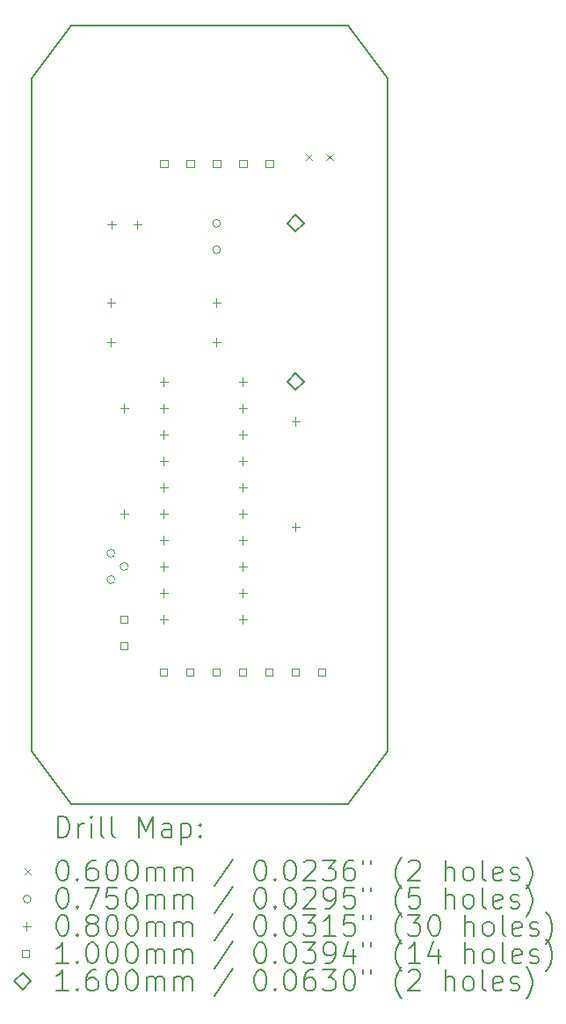
<source format=gbr>
%TF.GenerationSoftware,KiCad,Pcbnew,(6.0.9)*%
%TF.CreationDate,2024-07-08T19:13:21-04:00*%
%TF.ProjectId,PantryLED,50616e74-7279-44c4-9544-2e6b69636164,rev?*%
%TF.SameCoordinates,Original*%
%TF.FileFunction,Drillmap*%
%TF.FilePolarity,Positive*%
%FSLAX45Y45*%
G04 Gerber Fmt 4.5, Leading zero omitted, Abs format (unit mm)*
G04 Created by KiCad (PCBNEW (6.0.9)) date 2024-07-08 19:13:21*
%MOMM*%
%LPD*%
G01*
G04 APERTURE LIST*
%ADD10C,0.200000*%
%ADD11C,0.060000*%
%ADD12C,0.075000*%
%ADD13C,0.080000*%
%ADD14C,0.100000*%
%ADD15C,0.160000*%
G04 APERTURE END LIST*
D10*
X15875000Y-4953000D02*
X15875000Y-11430000D01*
X15494000Y-11938000D01*
X12827000Y-11938000D01*
X12446000Y-11430000D01*
X12446000Y-4953000D01*
X12827000Y-4445000D01*
X15494000Y-4445000D01*
X15875000Y-4953000D01*
D11*
X15083000Y-5685000D02*
X15143000Y-5745000D01*
X15143000Y-5685000D02*
X15083000Y-5745000D01*
X15283000Y-5685000D02*
X15343000Y-5745000D01*
X15343000Y-5685000D02*
X15283000Y-5745000D01*
D12*
X13244500Y-9524500D02*
G75*
G03*
X13244500Y-9524500I-37500J0D01*
G01*
X13244500Y-9778500D02*
G75*
G03*
X13244500Y-9778500I-37500J0D01*
G01*
X13371500Y-9651500D02*
G75*
G03*
X13371500Y-9651500I-37500J0D01*
G01*
X14261500Y-6350000D02*
G75*
G03*
X14261500Y-6350000I-37500J0D01*
G01*
X14261500Y-6604000D02*
G75*
G03*
X14261500Y-6604000I-37500J0D01*
G01*
D13*
X13208000Y-7072000D02*
X13208000Y-7152000D01*
X13168000Y-7112000D02*
X13248000Y-7112000D01*
X13208000Y-7453000D02*
X13208000Y-7533000D01*
X13168000Y-7493000D02*
X13248000Y-7493000D01*
X13212000Y-6322000D02*
X13212000Y-6402000D01*
X13172000Y-6362000D02*
X13252000Y-6362000D01*
X13334000Y-8087500D02*
X13334000Y-8167500D01*
X13294000Y-8127500D02*
X13374000Y-8127500D01*
X13334000Y-9103500D02*
X13334000Y-9183500D01*
X13294000Y-9143500D02*
X13374000Y-9143500D01*
X13462000Y-6322000D02*
X13462000Y-6402000D01*
X13422000Y-6362000D02*
X13502000Y-6362000D01*
X13716000Y-7834000D02*
X13716000Y-7914000D01*
X13676000Y-7874000D02*
X13756000Y-7874000D01*
X13716000Y-8088000D02*
X13716000Y-8168000D01*
X13676000Y-8128000D02*
X13756000Y-8128000D01*
X13716000Y-8342000D02*
X13716000Y-8422000D01*
X13676000Y-8382000D02*
X13756000Y-8382000D01*
X13716000Y-8596000D02*
X13716000Y-8676000D01*
X13676000Y-8636000D02*
X13756000Y-8636000D01*
X13716000Y-8850000D02*
X13716000Y-8930000D01*
X13676000Y-8890000D02*
X13756000Y-8890000D01*
X13716000Y-9104000D02*
X13716000Y-9184000D01*
X13676000Y-9144000D02*
X13756000Y-9144000D01*
X13716000Y-9358000D02*
X13716000Y-9438000D01*
X13676000Y-9398000D02*
X13756000Y-9398000D01*
X13716000Y-9612000D02*
X13716000Y-9692000D01*
X13676000Y-9652000D02*
X13756000Y-9652000D01*
X13716000Y-9866000D02*
X13716000Y-9946000D01*
X13676000Y-9906000D02*
X13756000Y-9906000D01*
X13716000Y-10120000D02*
X13716000Y-10200000D01*
X13676000Y-10160000D02*
X13756000Y-10160000D01*
X14224000Y-7072000D02*
X14224000Y-7152000D01*
X14184000Y-7112000D02*
X14264000Y-7112000D01*
X14224000Y-7453000D02*
X14224000Y-7533000D01*
X14184000Y-7493000D02*
X14264000Y-7493000D01*
X14478000Y-7834000D02*
X14478000Y-7914000D01*
X14438000Y-7874000D02*
X14518000Y-7874000D01*
X14478000Y-8088000D02*
X14478000Y-8168000D01*
X14438000Y-8128000D02*
X14518000Y-8128000D01*
X14478000Y-8342000D02*
X14478000Y-8422000D01*
X14438000Y-8382000D02*
X14518000Y-8382000D01*
X14478000Y-8596000D02*
X14478000Y-8676000D01*
X14438000Y-8636000D02*
X14518000Y-8636000D01*
X14478000Y-8850000D02*
X14478000Y-8930000D01*
X14438000Y-8890000D02*
X14518000Y-8890000D01*
X14478000Y-9104000D02*
X14478000Y-9184000D01*
X14438000Y-9144000D02*
X14518000Y-9144000D01*
X14478000Y-9358000D02*
X14478000Y-9438000D01*
X14438000Y-9398000D02*
X14518000Y-9398000D01*
X14478000Y-9612000D02*
X14478000Y-9692000D01*
X14438000Y-9652000D02*
X14518000Y-9652000D01*
X14478000Y-9866000D02*
X14478000Y-9946000D01*
X14438000Y-9906000D02*
X14518000Y-9906000D01*
X14478000Y-10120000D02*
X14478000Y-10200000D01*
X14438000Y-10160000D02*
X14518000Y-10160000D01*
X14985000Y-8214500D02*
X14985000Y-8294500D01*
X14945000Y-8254500D02*
X15025000Y-8254500D01*
X14985000Y-9230500D02*
X14985000Y-9310500D01*
X14945000Y-9270500D02*
X15025000Y-9270500D01*
D14*
X13369356Y-10194856D02*
X13369356Y-10124144D01*
X13298644Y-10124144D01*
X13298644Y-10194856D01*
X13369356Y-10194856D01*
X13369356Y-10448856D02*
X13369356Y-10378144D01*
X13298644Y-10378144D01*
X13298644Y-10448856D01*
X13369356Y-10448856D01*
X13749356Y-10705856D02*
X13749356Y-10635144D01*
X13678644Y-10635144D01*
X13678644Y-10705856D01*
X13749356Y-10705856D01*
X13753356Y-5809356D02*
X13753356Y-5738644D01*
X13682644Y-5738644D01*
X13682644Y-5809356D01*
X13753356Y-5809356D01*
X14003356Y-10705856D02*
X14003356Y-10635144D01*
X13932644Y-10635144D01*
X13932644Y-10705856D01*
X14003356Y-10705856D01*
X14007356Y-5809356D02*
X14007356Y-5738644D01*
X13936644Y-5738644D01*
X13936644Y-5809356D01*
X14007356Y-5809356D01*
X14257356Y-10705856D02*
X14257356Y-10635144D01*
X14186644Y-10635144D01*
X14186644Y-10705856D01*
X14257356Y-10705856D01*
X14261356Y-5809356D02*
X14261356Y-5738644D01*
X14190644Y-5738644D01*
X14190644Y-5809356D01*
X14261356Y-5809356D01*
X14511356Y-10705856D02*
X14511356Y-10635144D01*
X14440644Y-10635144D01*
X14440644Y-10705856D01*
X14511356Y-10705856D01*
X14515356Y-5809356D02*
X14515356Y-5738644D01*
X14444644Y-5738644D01*
X14444644Y-5809356D01*
X14515356Y-5809356D01*
X14765356Y-10705856D02*
X14765356Y-10635144D01*
X14694644Y-10635144D01*
X14694644Y-10705856D01*
X14765356Y-10705856D01*
X14769356Y-5809356D02*
X14769356Y-5738644D01*
X14698644Y-5738644D01*
X14698644Y-5809356D01*
X14769356Y-5809356D01*
X15019356Y-10705856D02*
X15019356Y-10635144D01*
X14948644Y-10635144D01*
X14948644Y-10705856D01*
X15019356Y-10705856D01*
X15273356Y-10705856D02*
X15273356Y-10635144D01*
X15202644Y-10635144D01*
X15202644Y-10705856D01*
X15273356Y-10705856D01*
D15*
X14986000Y-6430000D02*
X15066000Y-6350000D01*
X14986000Y-6270000D01*
X14906000Y-6350000D01*
X14986000Y-6430000D01*
X14986000Y-7954000D02*
X15066000Y-7874000D01*
X14986000Y-7794000D01*
X14906000Y-7874000D01*
X14986000Y-7954000D01*
D10*
X12693619Y-12258476D02*
X12693619Y-12058476D01*
X12741238Y-12058476D01*
X12769809Y-12068000D01*
X12788857Y-12087048D01*
X12798381Y-12106095D01*
X12807905Y-12144190D01*
X12807905Y-12172762D01*
X12798381Y-12210857D01*
X12788857Y-12229905D01*
X12769809Y-12248952D01*
X12741238Y-12258476D01*
X12693619Y-12258476D01*
X12893619Y-12258476D02*
X12893619Y-12125143D01*
X12893619Y-12163238D02*
X12903143Y-12144190D01*
X12912667Y-12134667D01*
X12931714Y-12125143D01*
X12950762Y-12125143D01*
X13017428Y-12258476D02*
X13017428Y-12125143D01*
X13017428Y-12058476D02*
X13007905Y-12068000D01*
X13017428Y-12077524D01*
X13026952Y-12068000D01*
X13017428Y-12058476D01*
X13017428Y-12077524D01*
X13141238Y-12258476D02*
X13122190Y-12248952D01*
X13112667Y-12229905D01*
X13112667Y-12058476D01*
X13246000Y-12258476D02*
X13226952Y-12248952D01*
X13217428Y-12229905D01*
X13217428Y-12058476D01*
X13474571Y-12258476D02*
X13474571Y-12058476D01*
X13541238Y-12201333D01*
X13607905Y-12058476D01*
X13607905Y-12258476D01*
X13788857Y-12258476D02*
X13788857Y-12153714D01*
X13779333Y-12134667D01*
X13760286Y-12125143D01*
X13722190Y-12125143D01*
X13703143Y-12134667D01*
X13788857Y-12248952D02*
X13769809Y-12258476D01*
X13722190Y-12258476D01*
X13703143Y-12248952D01*
X13693619Y-12229905D01*
X13693619Y-12210857D01*
X13703143Y-12191809D01*
X13722190Y-12182286D01*
X13769809Y-12182286D01*
X13788857Y-12172762D01*
X13884095Y-12125143D02*
X13884095Y-12325143D01*
X13884095Y-12134667D02*
X13903143Y-12125143D01*
X13941238Y-12125143D01*
X13960286Y-12134667D01*
X13969809Y-12144190D01*
X13979333Y-12163238D01*
X13979333Y-12220381D01*
X13969809Y-12239428D01*
X13960286Y-12248952D01*
X13941238Y-12258476D01*
X13903143Y-12258476D01*
X13884095Y-12248952D01*
X14065048Y-12239428D02*
X14074571Y-12248952D01*
X14065048Y-12258476D01*
X14055524Y-12248952D01*
X14065048Y-12239428D01*
X14065048Y-12258476D01*
X14065048Y-12134667D02*
X14074571Y-12144190D01*
X14065048Y-12153714D01*
X14055524Y-12144190D01*
X14065048Y-12134667D01*
X14065048Y-12153714D01*
D11*
X12376000Y-12558000D02*
X12436000Y-12618000D01*
X12436000Y-12558000D02*
X12376000Y-12618000D01*
D10*
X12731714Y-12478476D02*
X12750762Y-12478476D01*
X12769809Y-12488000D01*
X12779333Y-12497524D01*
X12788857Y-12516571D01*
X12798381Y-12554667D01*
X12798381Y-12602286D01*
X12788857Y-12640381D01*
X12779333Y-12659428D01*
X12769809Y-12668952D01*
X12750762Y-12678476D01*
X12731714Y-12678476D01*
X12712667Y-12668952D01*
X12703143Y-12659428D01*
X12693619Y-12640381D01*
X12684095Y-12602286D01*
X12684095Y-12554667D01*
X12693619Y-12516571D01*
X12703143Y-12497524D01*
X12712667Y-12488000D01*
X12731714Y-12478476D01*
X12884095Y-12659428D02*
X12893619Y-12668952D01*
X12884095Y-12678476D01*
X12874571Y-12668952D01*
X12884095Y-12659428D01*
X12884095Y-12678476D01*
X13065048Y-12478476D02*
X13026952Y-12478476D01*
X13007905Y-12488000D01*
X12998381Y-12497524D01*
X12979333Y-12526095D01*
X12969809Y-12564190D01*
X12969809Y-12640381D01*
X12979333Y-12659428D01*
X12988857Y-12668952D01*
X13007905Y-12678476D01*
X13046000Y-12678476D01*
X13065048Y-12668952D01*
X13074571Y-12659428D01*
X13084095Y-12640381D01*
X13084095Y-12592762D01*
X13074571Y-12573714D01*
X13065048Y-12564190D01*
X13046000Y-12554667D01*
X13007905Y-12554667D01*
X12988857Y-12564190D01*
X12979333Y-12573714D01*
X12969809Y-12592762D01*
X13207905Y-12478476D02*
X13226952Y-12478476D01*
X13246000Y-12488000D01*
X13255524Y-12497524D01*
X13265048Y-12516571D01*
X13274571Y-12554667D01*
X13274571Y-12602286D01*
X13265048Y-12640381D01*
X13255524Y-12659428D01*
X13246000Y-12668952D01*
X13226952Y-12678476D01*
X13207905Y-12678476D01*
X13188857Y-12668952D01*
X13179333Y-12659428D01*
X13169809Y-12640381D01*
X13160286Y-12602286D01*
X13160286Y-12554667D01*
X13169809Y-12516571D01*
X13179333Y-12497524D01*
X13188857Y-12488000D01*
X13207905Y-12478476D01*
X13398381Y-12478476D02*
X13417428Y-12478476D01*
X13436476Y-12488000D01*
X13446000Y-12497524D01*
X13455524Y-12516571D01*
X13465048Y-12554667D01*
X13465048Y-12602286D01*
X13455524Y-12640381D01*
X13446000Y-12659428D01*
X13436476Y-12668952D01*
X13417428Y-12678476D01*
X13398381Y-12678476D01*
X13379333Y-12668952D01*
X13369809Y-12659428D01*
X13360286Y-12640381D01*
X13350762Y-12602286D01*
X13350762Y-12554667D01*
X13360286Y-12516571D01*
X13369809Y-12497524D01*
X13379333Y-12488000D01*
X13398381Y-12478476D01*
X13550762Y-12678476D02*
X13550762Y-12545143D01*
X13550762Y-12564190D02*
X13560286Y-12554667D01*
X13579333Y-12545143D01*
X13607905Y-12545143D01*
X13626952Y-12554667D01*
X13636476Y-12573714D01*
X13636476Y-12678476D01*
X13636476Y-12573714D02*
X13646000Y-12554667D01*
X13665048Y-12545143D01*
X13693619Y-12545143D01*
X13712667Y-12554667D01*
X13722190Y-12573714D01*
X13722190Y-12678476D01*
X13817428Y-12678476D02*
X13817428Y-12545143D01*
X13817428Y-12564190D02*
X13826952Y-12554667D01*
X13846000Y-12545143D01*
X13874571Y-12545143D01*
X13893619Y-12554667D01*
X13903143Y-12573714D01*
X13903143Y-12678476D01*
X13903143Y-12573714D02*
X13912667Y-12554667D01*
X13931714Y-12545143D01*
X13960286Y-12545143D01*
X13979333Y-12554667D01*
X13988857Y-12573714D01*
X13988857Y-12678476D01*
X14379333Y-12468952D02*
X14207905Y-12726095D01*
X14636476Y-12478476D02*
X14655524Y-12478476D01*
X14674571Y-12488000D01*
X14684095Y-12497524D01*
X14693619Y-12516571D01*
X14703143Y-12554667D01*
X14703143Y-12602286D01*
X14693619Y-12640381D01*
X14684095Y-12659428D01*
X14674571Y-12668952D01*
X14655524Y-12678476D01*
X14636476Y-12678476D01*
X14617428Y-12668952D01*
X14607905Y-12659428D01*
X14598381Y-12640381D01*
X14588857Y-12602286D01*
X14588857Y-12554667D01*
X14598381Y-12516571D01*
X14607905Y-12497524D01*
X14617428Y-12488000D01*
X14636476Y-12478476D01*
X14788857Y-12659428D02*
X14798381Y-12668952D01*
X14788857Y-12678476D01*
X14779333Y-12668952D01*
X14788857Y-12659428D01*
X14788857Y-12678476D01*
X14922190Y-12478476D02*
X14941238Y-12478476D01*
X14960286Y-12488000D01*
X14969809Y-12497524D01*
X14979333Y-12516571D01*
X14988857Y-12554667D01*
X14988857Y-12602286D01*
X14979333Y-12640381D01*
X14969809Y-12659428D01*
X14960286Y-12668952D01*
X14941238Y-12678476D01*
X14922190Y-12678476D01*
X14903143Y-12668952D01*
X14893619Y-12659428D01*
X14884095Y-12640381D01*
X14874571Y-12602286D01*
X14874571Y-12554667D01*
X14884095Y-12516571D01*
X14893619Y-12497524D01*
X14903143Y-12488000D01*
X14922190Y-12478476D01*
X15065048Y-12497524D02*
X15074571Y-12488000D01*
X15093619Y-12478476D01*
X15141238Y-12478476D01*
X15160286Y-12488000D01*
X15169809Y-12497524D01*
X15179333Y-12516571D01*
X15179333Y-12535619D01*
X15169809Y-12564190D01*
X15055524Y-12678476D01*
X15179333Y-12678476D01*
X15246000Y-12478476D02*
X15369809Y-12478476D01*
X15303143Y-12554667D01*
X15331714Y-12554667D01*
X15350762Y-12564190D01*
X15360286Y-12573714D01*
X15369809Y-12592762D01*
X15369809Y-12640381D01*
X15360286Y-12659428D01*
X15350762Y-12668952D01*
X15331714Y-12678476D01*
X15274571Y-12678476D01*
X15255524Y-12668952D01*
X15246000Y-12659428D01*
X15541238Y-12478476D02*
X15503143Y-12478476D01*
X15484095Y-12488000D01*
X15474571Y-12497524D01*
X15455524Y-12526095D01*
X15446000Y-12564190D01*
X15446000Y-12640381D01*
X15455524Y-12659428D01*
X15465048Y-12668952D01*
X15484095Y-12678476D01*
X15522190Y-12678476D01*
X15541238Y-12668952D01*
X15550762Y-12659428D01*
X15560286Y-12640381D01*
X15560286Y-12592762D01*
X15550762Y-12573714D01*
X15541238Y-12564190D01*
X15522190Y-12554667D01*
X15484095Y-12554667D01*
X15465048Y-12564190D01*
X15455524Y-12573714D01*
X15446000Y-12592762D01*
X15636476Y-12478476D02*
X15636476Y-12516571D01*
X15712667Y-12478476D02*
X15712667Y-12516571D01*
X16007905Y-12754667D02*
X15998381Y-12745143D01*
X15979333Y-12716571D01*
X15969809Y-12697524D01*
X15960286Y-12668952D01*
X15950762Y-12621333D01*
X15950762Y-12583238D01*
X15960286Y-12535619D01*
X15969809Y-12507048D01*
X15979333Y-12488000D01*
X15998381Y-12459428D01*
X16007905Y-12449905D01*
X16074571Y-12497524D02*
X16084095Y-12488000D01*
X16103143Y-12478476D01*
X16150762Y-12478476D01*
X16169809Y-12488000D01*
X16179333Y-12497524D01*
X16188857Y-12516571D01*
X16188857Y-12535619D01*
X16179333Y-12564190D01*
X16065048Y-12678476D01*
X16188857Y-12678476D01*
X16426952Y-12678476D02*
X16426952Y-12478476D01*
X16512667Y-12678476D02*
X16512667Y-12573714D01*
X16503143Y-12554667D01*
X16484095Y-12545143D01*
X16455524Y-12545143D01*
X16436476Y-12554667D01*
X16426952Y-12564190D01*
X16636476Y-12678476D02*
X16617428Y-12668952D01*
X16607905Y-12659428D01*
X16598381Y-12640381D01*
X16598381Y-12583238D01*
X16607905Y-12564190D01*
X16617428Y-12554667D01*
X16636476Y-12545143D01*
X16665048Y-12545143D01*
X16684095Y-12554667D01*
X16693619Y-12564190D01*
X16703143Y-12583238D01*
X16703143Y-12640381D01*
X16693619Y-12659428D01*
X16684095Y-12668952D01*
X16665048Y-12678476D01*
X16636476Y-12678476D01*
X16817429Y-12678476D02*
X16798381Y-12668952D01*
X16788857Y-12649905D01*
X16788857Y-12478476D01*
X16969810Y-12668952D02*
X16950762Y-12678476D01*
X16912667Y-12678476D01*
X16893619Y-12668952D01*
X16884095Y-12649905D01*
X16884095Y-12573714D01*
X16893619Y-12554667D01*
X16912667Y-12545143D01*
X16950762Y-12545143D01*
X16969810Y-12554667D01*
X16979333Y-12573714D01*
X16979333Y-12592762D01*
X16884095Y-12611809D01*
X17055524Y-12668952D02*
X17074571Y-12678476D01*
X17112667Y-12678476D01*
X17131714Y-12668952D01*
X17141238Y-12649905D01*
X17141238Y-12640381D01*
X17131714Y-12621333D01*
X17112667Y-12611809D01*
X17084095Y-12611809D01*
X17065048Y-12602286D01*
X17055524Y-12583238D01*
X17055524Y-12573714D01*
X17065048Y-12554667D01*
X17084095Y-12545143D01*
X17112667Y-12545143D01*
X17131714Y-12554667D01*
X17207905Y-12754667D02*
X17217429Y-12745143D01*
X17236476Y-12716571D01*
X17246000Y-12697524D01*
X17255524Y-12668952D01*
X17265048Y-12621333D01*
X17265048Y-12583238D01*
X17255524Y-12535619D01*
X17246000Y-12507048D01*
X17236476Y-12488000D01*
X17217429Y-12459428D01*
X17207905Y-12449905D01*
D12*
X12436000Y-12852000D02*
G75*
G03*
X12436000Y-12852000I-37500J0D01*
G01*
D10*
X12731714Y-12742476D02*
X12750762Y-12742476D01*
X12769809Y-12752000D01*
X12779333Y-12761524D01*
X12788857Y-12780571D01*
X12798381Y-12818667D01*
X12798381Y-12866286D01*
X12788857Y-12904381D01*
X12779333Y-12923428D01*
X12769809Y-12932952D01*
X12750762Y-12942476D01*
X12731714Y-12942476D01*
X12712667Y-12932952D01*
X12703143Y-12923428D01*
X12693619Y-12904381D01*
X12684095Y-12866286D01*
X12684095Y-12818667D01*
X12693619Y-12780571D01*
X12703143Y-12761524D01*
X12712667Y-12752000D01*
X12731714Y-12742476D01*
X12884095Y-12923428D02*
X12893619Y-12932952D01*
X12884095Y-12942476D01*
X12874571Y-12932952D01*
X12884095Y-12923428D01*
X12884095Y-12942476D01*
X12960286Y-12742476D02*
X13093619Y-12742476D01*
X13007905Y-12942476D01*
X13265048Y-12742476D02*
X13169809Y-12742476D01*
X13160286Y-12837714D01*
X13169809Y-12828190D01*
X13188857Y-12818667D01*
X13236476Y-12818667D01*
X13255524Y-12828190D01*
X13265048Y-12837714D01*
X13274571Y-12856762D01*
X13274571Y-12904381D01*
X13265048Y-12923428D01*
X13255524Y-12932952D01*
X13236476Y-12942476D01*
X13188857Y-12942476D01*
X13169809Y-12932952D01*
X13160286Y-12923428D01*
X13398381Y-12742476D02*
X13417428Y-12742476D01*
X13436476Y-12752000D01*
X13446000Y-12761524D01*
X13455524Y-12780571D01*
X13465048Y-12818667D01*
X13465048Y-12866286D01*
X13455524Y-12904381D01*
X13446000Y-12923428D01*
X13436476Y-12932952D01*
X13417428Y-12942476D01*
X13398381Y-12942476D01*
X13379333Y-12932952D01*
X13369809Y-12923428D01*
X13360286Y-12904381D01*
X13350762Y-12866286D01*
X13350762Y-12818667D01*
X13360286Y-12780571D01*
X13369809Y-12761524D01*
X13379333Y-12752000D01*
X13398381Y-12742476D01*
X13550762Y-12942476D02*
X13550762Y-12809143D01*
X13550762Y-12828190D02*
X13560286Y-12818667D01*
X13579333Y-12809143D01*
X13607905Y-12809143D01*
X13626952Y-12818667D01*
X13636476Y-12837714D01*
X13636476Y-12942476D01*
X13636476Y-12837714D02*
X13646000Y-12818667D01*
X13665048Y-12809143D01*
X13693619Y-12809143D01*
X13712667Y-12818667D01*
X13722190Y-12837714D01*
X13722190Y-12942476D01*
X13817428Y-12942476D02*
X13817428Y-12809143D01*
X13817428Y-12828190D02*
X13826952Y-12818667D01*
X13846000Y-12809143D01*
X13874571Y-12809143D01*
X13893619Y-12818667D01*
X13903143Y-12837714D01*
X13903143Y-12942476D01*
X13903143Y-12837714D02*
X13912667Y-12818667D01*
X13931714Y-12809143D01*
X13960286Y-12809143D01*
X13979333Y-12818667D01*
X13988857Y-12837714D01*
X13988857Y-12942476D01*
X14379333Y-12732952D02*
X14207905Y-12990095D01*
X14636476Y-12742476D02*
X14655524Y-12742476D01*
X14674571Y-12752000D01*
X14684095Y-12761524D01*
X14693619Y-12780571D01*
X14703143Y-12818667D01*
X14703143Y-12866286D01*
X14693619Y-12904381D01*
X14684095Y-12923428D01*
X14674571Y-12932952D01*
X14655524Y-12942476D01*
X14636476Y-12942476D01*
X14617428Y-12932952D01*
X14607905Y-12923428D01*
X14598381Y-12904381D01*
X14588857Y-12866286D01*
X14588857Y-12818667D01*
X14598381Y-12780571D01*
X14607905Y-12761524D01*
X14617428Y-12752000D01*
X14636476Y-12742476D01*
X14788857Y-12923428D02*
X14798381Y-12932952D01*
X14788857Y-12942476D01*
X14779333Y-12932952D01*
X14788857Y-12923428D01*
X14788857Y-12942476D01*
X14922190Y-12742476D02*
X14941238Y-12742476D01*
X14960286Y-12752000D01*
X14969809Y-12761524D01*
X14979333Y-12780571D01*
X14988857Y-12818667D01*
X14988857Y-12866286D01*
X14979333Y-12904381D01*
X14969809Y-12923428D01*
X14960286Y-12932952D01*
X14941238Y-12942476D01*
X14922190Y-12942476D01*
X14903143Y-12932952D01*
X14893619Y-12923428D01*
X14884095Y-12904381D01*
X14874571Y-12866286D01*
X14874571Y-12818667D01*
X14884095Y-12780571D01*
X14893619Y-12761524D01*
X14903143Y-12752000D01*
X14922190Y-12742476D01*
X15065048Y-12761524D02*
X15074571Y-12752000D01*
X15093619Y-12742476D01*
X15141238Y-12742476D01*
X15160286Y-12752000D01*
X15169809Y-12761524D01*
X15179333Y-12780571D01*
X15179333Y-12799619D01*
X15169809Y-12828190D01*
X15055524Y-12942476D01*
X15179333Y-12942476D01*
X15274571Y-12942476D02*
X15312667Y-12942476D01*
X15331714Y-12932952D01*
X15341238Y-12923428D01*
X15360286Y-12894857D01*
X15369809Y-12856762D01*
X15369809Y-12780571D01*
X15360286Y-12761524D01*
X15350762Y-12752000D01*
X15331714Y-12742476D01*
X15293619Y-12742476D01*
X15274571Y-12752000D01*
X15265048Y-12761524D01*
X15255524Y-12780571D01*
X15255524Y-12828190D01*
X15265048Y-12847238D01*
X15274571Y-12856762D01*
X15293619Y-12866286D01*
X15331714Y-12866286D01*
X15350762Y-12856762D01*
X15360286Y-12847238D01*
X15369809Y-12828190D01*
X15550762Y-12742476D02*
X15455524Y-12742476D01*
X15446000Y-12837714D01*
X15455524Y-12828190D01*
X15474571Y-12818667D01*
X15522190Y-12818667D01*
X15541238Y-12828190D01*
X15550762Y-12837714D01*
X15560286Y-12856762D01*
X15560286Y-12904381D01*
X15550762Y-12923428D01*
X15541238Y-12932952D01*
X15522190Y-12942476D01*
X15474571Y-12942476D01*
X15455524Y-12932952D01*
X15446000Y-12923428D01*
X15636476Y-12742476D02*
X15636476Y-12780571D01*
X15712667Y-12742476D02*
X15712667Y-12780571D01*
X16007905Y-13018667D02*
X15998381Y-13009143D01*
X15979333Y-12980571D01*
X15969809Y-12961524D01*
X15960286Y-12932952D01*
X15950762Y-12885333D01*
X15950762Y-12847238D01*
X15960286Y-12799619D01*
X15969809Y-12771048D01*
X15979333Y-12752000D01*
X15998381Y-12723428D01*
X16007905Y-12713905D01*
X16179333Y-12742476D02*
X16084095Y-12742476D01*
X16074571Y-12837714D01*
X16084095Y-12828190D01*
X16103143Y-12818667D01*
X16150762Y-12818667D01*
X16169809Y-12828190D01*
X16179333Y-12837714D01*
X16188857Y-12856762D01*
X16188857Y-12904381D01*
X16179333Y-12923428D01*
X16169809Y-12932952D01*
X16150762Y-12942476D01*
X16103143Y-12942476D01*
X16084095Y-12932952D01*
X16074571Y-12923428D01*
X16426952Y-12942476D02*
X16426952Y-12742476D01*
X16512667Y-12942476D02*
X16512667Y-12837714D01*
X16503143Y-12818667D01*
X16484095Y-12809143D01*
X16455524Y-12809143D01*
X16436476Y-12818667D01*
X16426952Y-12828190D01*
X16636476Y-12942476D02*
X16617428Y-12932952D01*
X16607905Y-12923428D01*
X16598381Y-12904381D01*
X16598381Y-12847238D01*
X16607905Y-12828190D01*
X16617428Y-12818667D01*
X16636476Y-12809143D01*
X16665048Y-12809143D01*
X16684095Y-12818667D01*
X16693619Y-12828190D01*
X16703143Y-12847238D01*
X16703143Y-12904381D01*
X16693619Y-12923428D01*
X16684095Y-12932952D01*
X16665048Y-12942476D01*
X16636476Y-12942476D01*
X16817429Y-12942476D02*
X16798381Y-12932952D01*
X16788857Y-12913905D01*
X16788857Y-12742476D01*
X16969810Y-12932952D02*
X16950762Y-12942476D01*
X16912667Y-12942476D01*
X16893619Y-12932952D01*
X16884095Y-12913905D01*
X16884095Y-12837714D01*
X16893619Y-12818667D01*
X16912667Y-12809143D01*
X16950762Y-12809143D01*
X16969810Y-12818667D01*
X16979333Y-12837714D01*
X16979333Y-12856762D01*
X16884095Y-12875809D01*
X17055524Y-12932952D02*
X17074571Y-12942476D01*
X17112667Y-12942476D01*
X17131714Y-12932952D01*
X17141238Y-12913905D01*
X17141238Y-12904381D01*
X17131714Y-12885333D01*
X17112667Y-12875809D01*
X17084095Y-12875809D01*
X17065048Y-12866286D01*
X17055524Y-12847238D01*
X17055524Y-12837714D01*
X17065048Y-12818667D01*
X17084095Y-12809143D01*
X17112667Y-12809143D01*
X17131714Y-12818667D01*
X17207905Y-13018667D02*
X17217429Y-13009143D01*
X17236476Y-12980571D01*
X17246000Y-12961524D01*
X17255524Y-12932952D01*
X17265048Y-12885333D01*
X17265048Y-12847238D01*
X17255524Y-12799619D01*
X17246000Y-12771048D01*
X17236476Y-12752000D01*
X17217429Y-12723428D01*
X17207905Y-12713905D01*
D13*
X12396000Y-13076000D02*
X12396000Y-13156000D01*
X12356000Y-13116000D02*
X12436000Y-13116000D01*
D10*
X12731714Y-13006476D02*
X12750762Y-13006476D01*
X12769809Y-13016000D01*
X12779333Y-13025524D01*
X12788857Y-13044571D01*
X12798381Y-13082667D01*
X12798381Y-13130286D01*
X12788857Y-13168381D01*
X12779333Y-13187428D01*
X12769809Y-13196952D01*
X12750762Y-13206476D01*
X12731714Y-13206476D01*
X12712667Y-13196952D01*
X12703143Y-13187428D01*
X12693619Y-13168381D01*
X12684095Y-13130286D01*
X12684095Y-13082667D01*
X12693619Y-13044571D01*
X12703143Y-13025524D01*
X12712667Y-13016000D01*
X12731714Y-13006476D01*
X12884095Y-13187428D02*
X12893619Y-13196952D01*
X12884095Y-13206476D01*
X12874571Y-13196952D01*
X12884095Y-13187428D01*
X12884095Y-13206476D01*
X13007905Y-13092190D02*
X12988857Y-13082667D01*
X12979333Y-13073143D01*
X12969809Y-13054095D01*
X12969809Y-13044571D01*
X12979333Y-13025524D01*
X12988857Y-13016000D01*
X13007905Y-13006476D01*
X13046000Y-13006476D01*
X13065048Y-13016000D01*
X13074571Y-13025524D01*
X13084095Y-13044571D01*
X13084095Y-13054095D01*
X13074571Y-13073143D01*
X13065048Y-13082667D01*
X13046000Y-13092190D01*
X13007905Y-13092190D01*
X12988857Y-13101714D01*
X12979333Y-13111238D01*
X12969809Y-13130286D01*
X12969809Y-13168381D01*
X12979333Y-13187428D01*
X12988857Y-13196952D01*
X13007905Y-13206476D01*
X13046000Y-13206476D01*
X13065048Y-13196952D01*
X13074571Y-13187428D01*
X13084095Y-13168381D01*
X13084095Y-13130286D01*
X13074571Y-13111238D01*
X13065048Y-13101714D01*
X13046000Y-13092190D01*
X13207905Y-13006476D02*
X13226952Y-13006476D01*
X13246000Y-13016000D01*
X13255524Y-13025524D01*
X13265048Y-13044571D01*
X13274571Y-13082667D01*
X13274571Y-13130286D01*
X13265048Y-13168381D01*
X13255524Y-13187428D01*
X13246000Y-13196952D01*
X13226952Y-13206476D01*
X13207905Y-13206476D01*
X13188857Y-13196952D01*
X13179333Y-13187428D01*
X13169809Y-13168381D01*
X13160286Y-13130286D01*
X13160286Y-13082667D01*
X13169809Y-13044571D01*
X13179333Y-13025524D01*
X13188857Y-13016000D01*
X13207905Y-13006476D01*
X13398381Y-13006476D02*
X13417428Y-13006476D01*
X13436476Y-13016000D01*
X13446000Y-13025524D01*
X13455524Y-13044571D01*
X13465048Y-13082667D01*
X13465048Y-13130286D01*
X13455524Y-13168381D01*
X13446000Y-13187428D01*
X13436476Y-13196952D01*
X13417428Y-13206476D01*
X13398381Y-13206476D01*
X13379333Y-13196952D01*
X13369809Y-13187428D01*
X13360286Y-13168381D01*
X13350762Y-13130286D01*
X13350762Y-13082667D01*
X13360286Y-13044571D01*
X13369809Y-13025524D01*
X13379333Y-13016000D01*
X13398381Y-13006476D01*
X13550762Y-13206476D02*
X13550762Y-13073143D01*
X13550762Y-13092190D02*
X13560286Y-13082667D01*
X13579333Y-13073143D01*
X13607905Y-13073143D01*
X13626952Y-13082667D01*
X13636476Y-13101714D01*
X13636476Y-13206476D01*
X13636476Y-13101714D02*
X13646000Y-13082667D01*
X13665048Y-13073143D01*
X13693619Y-13073143D01*
X13712667Y-13082667D01*
X13722190Y-13101714D01*
X13722190Y-13206476D01*
X13817428Y-13206476D02*
X13817428Y-13073143D01*
X13817428Y-13092190D02*
X13826952Y-13082667D01*
X13846000Y-13073143D01*
X13874571Y-13073143D01*
X13893619Y-13082667D01*
X13903143Y-13101714D01*
X13903143Y-13206476D01*
X13903143Y-13101714D02*
X13912667Y-13082667D01*
X13931714Y-13073143D01*
X13960286Y-13073143D01*
X13979333Y-13082667D01*
X13988857Y-13101714D01*
X13988857Y-13206476D01*
X14379333Y-12996952D02*
X14207905Y-13254095D01*
X14636476Y-13006476D02*
X14655524Y-13006476D01*
X14674571Y-13016000D01*
X14684095Y-13025524D01*
X14693619Y-13044571D01*
X14703143Y-13082667D01*
X14703143Y-13130286D01*
X14693619Y-13168381D01*
X14684095Y-13187428D01*
X14674571Y-13196952D01*
X14655524Y-13206476D01*
X14636476Y-13206476D01*
X14617428Y-13196952D01*
X14607905Y-13187428D01*
X14598381Y-13168381D01*
X14588857Y-13130286D01*
X14588857Y-13082667D01*
X14598381Y-13044571D01*
X14607905Y-13025524D01*
X14617428Y-13016000D01*
X14636476Y-13006476D01*
X14788857Y-13187428D02*
X14798381Y-13196952D01*
X14788857Y-13206476D01*
X14779333Y-13196952D01*
X14788857Y-13187428D01*
X14788857Y-13206476D01*
X14922190Y-13006476D02*
X14941238Y-13006476D01*
X14960286Y-13016000D01*
X14969809Y-13025524D01*
X14979333Y-13044571D01*
X14988857Y-13082667D01*
X14988857Y-13130286D01*
X14979333Y-13168381D01*
X14969809Y-13187428D01*
X14960286Y-13196952D01*
X14941238Y-13206476D01*
X14922190Y-13206476D01*
X14903143Y-13196952D01*
X14893619Y-13187428D01*
X14884095Y-13168381D01*
X14874571Y-13130286D01*
X14874571Y-13082667D01*
X14884095Y-13044571D01*
X14893619Y-13025524D01*
X14903143Y-13016000D01*
X14922190Y-13006476D01*
X15055524Y-13006476D02*
X15179333Y-13006476D01*
X15112667Y-13082667D01*
X15141238Y-13082667D01*
X15160286Y-13092190D01*
X15169809Y-13101714D01*
X15179333Y-13120762D01*
X15179333Y-13168381D01*
X15169809Y-13187428D01*
X15160286Y-13196952D01*
X15141238Y-13206476D01*
X15084095Y-13206476D01*
X15065048Y-13196952D01*
X15055524Y-13187428D01*
X15369809Y-13206476D02*
X15255524Y-13206476D01*
X15312667Y-13206476D02*
X15312667Y-13006476D01*
X15293619Y-13035048D01*
X15274571Y-13054095D01*
X15255524Y-13063619D01*
X15550762Y-13006476D02*
X15455524Y-13006476D01*
X15446000Y-13101714D01*
X15455524Y-13092190D01*
X15474571Y-13082667D01*
X15522190Y-13082667D01*
X15541238Y-13092190D01*
X15550762Y-13101714D01*
X15560286Y-13120762D01*
X15560286Y-13168381D01*
X15550762Y-13187428D01*
X15541238Y-13196952D01*
X15522190Y-13206476D01*
X15474571Y-13206476D01*
X15455524Y-13196952D01*
X15446000Y-13187428D01*
X15636476Y-13006476D02*
X15636476Y-13044571D01*
X15712667Y-13006476D02*
X15712667Y-13044571D01*
X16007905Y-13282667D02*
X15998381Y-13273143D01*
X15979333Y-13244571D01*
X15969809Y-13225524D01*
X15960286Y-13196952D01*
X15950762Y-13149333D01*
X15950762Y-13111238D01*
X15960286Y-13063619D01*
X15969809Y-13035048D01*
X15979333Y-13016000D01*
X15998381Y-12987428D01*
X16007905Y-12977905D01*
X16065048Y-13006476D02*
X16188857Y-13006476D01*
X16122190Y-13082667D01*
X16150762Y-13082667D01*
X16169809Y-13092190D01*
X16179333Y-13101714D01*
X16188857Y-13120762D01*
X16188857Y-13168381D01*
X16179333Y-13187428D01*
X16169809Y-13196952D01*
X16150762Y-13206476D01*
X16093619Y-13206476D01*
X16074571Y-13196952D01*
X16065048Y-13187428D01*
X16312667Y-13006476D02*
X16331714Y-13006476D01*
X16350762Y-13016000D01*
X16360286Y-13025524D01*
X16369809Y-13044571D01*
X16379333Y-13082667D01*
X16379333Y-13130286D01*
X16369809Y-13168381D01*
X16360286Y-13187428D01*
X16350762Y-13196952D01*
X16331714Y-13206476D01*
X16312667Y-13206476D01*
X16293619Y-13196952D01*
X16284095Y-13187428D01*
X16274571Y-13168381D01*
X16265048Y-13130286D01*
X16265048Y-13082667D01*
X16274571Y-13044571D01*
X16284095Y-13025524D01*
X16293619Y-13016000D01*
X16312667Y-13006476D01*
X16617428Y-13206476D02*
X16617428Y-13006476D01*
X16703143Y-13206476D02*
X16703143Y-13101714D01*
X16693619Y-13082667D01*
X16674571Y-13073143D01*
X16646000Y-13073143D01*
X16626952Y-13082667D01*
X16617428Y-13092190D01*
X16826952Y-13206476D02*
X16807905Y-13196952D01*
X16798381Y-13187428D01*
X16788857Y-13168381D01*
X16788857Y-13111238D01*
X16798381Y-13092190D01*
X16807905Y-13082667D01*
X16826952Y-13073143D01*
X16855524Y-13073143D01*
X16874571Y-13082667D01*
X16884095Y-13092190D01*
X16893619Y-13111238D01*
X16893619Y-13168381D01*
X16884095Y-13187428D01*
X16874571Y-13196952D01*
X16855524Y-13206476D01*
X16826952Y-13206476D01*
X17007905Y-13206476D02*
X16988857Y-13196952D01*
X16979333Y-13177905D01*
X16979333Y-13006476D01*
X17160286Y-13196952D02*
X17141238Y-13206476D01*
X17103143Y-13206476D01*
X17084095Y-13196952D01*
X17074571Y-13177905D01*
X17074571Y-13101714D01*
X17084095Y-13082667D01*
X17103143Y-13073143D01*
X17141238Y-13073143D01*
X17160286Y-13082667D01*
X17169810Y-13101714D01*
X17169810Y-13120762D01*
X17074571Y-13139809D01*
X17246000Y-13196952D02*
X17265048Y-13206476D01*
X17303143Y-13206476D01*
X17322190Y-13196952D01*
X17331714Y-13177905D01*
X17331714Y-13168381D01*
X17322190Y-13149333D01*
X17303143Y-13139809D01*
X17274571Y-13139809D01*
X17255524Y-13130286D01*
X17246000Y-13111238D01*
X17246000Y-13101714D01*
X17255524Y-13082667D01*
X17274571Y-13073143D01*
X17303143Y-13073143D01*
X17322190Y-13082667D01*
X17398381Y-13282667D02*
X17407905Y-13273143D01*
X17426952Y-13244571D01*
X17436476Y-13225524D01*
X17446000Y-13196952D01*
X17455524Y-13149333D01*
X17455524Y-13111238D01*
X17446000Y-13063619D01*
X17436476Y-13035048D01*
X17426952Y-13016000D01*
X17407905Y-12987428D01*
X17398381Y-12977905D01*
D14*
X12421356Y-13415356D02*
X12421356Y-13344644D01*
X12350644Y-13344644D01*
X12350644Y-13415356D01*
X12421356Y-13415356D01*
D10*
X12798381Y-13470476D02*
X12684095Y-13470476D01*
X12741238Y-13470476D02*
X12741238Y-13270476D01*
X12722190Y-13299048D01*
X12703143Y-13318095D01*
X12684095Y-13327619D01*
X12884095Y-13451428D02*
X12893619Y-13460952D01*
X12884095Y-13470476D01*
X12874571Y-13460952D01*
X12884095Y-13451428D01*
X12884095Y-13470476D01*
X13017428Y-13270476D02*
X13036476Y-13270476D01*
X13055524Y-13280000D01*
X13065048Y-13289524D01*
X13074571Y-13308571D01*
X13084095Y-13346667D01*
X13084095Y-13394286D01*
X13074571Y-13432381D01*
X13065048Y-13451428D01*
X13055524Y-13460952D01*
X13036476Y-13470476D01*
X13017428Y-13470476D01*
X12998381Y-13460952D01*
X12988857Y-13451428D01*
X12979333Y-13432381D01*
X12969809Y-13394286D01*
X12969809Y-13346667D01*
X12979333Y-13308571D01*
X12988857Y-13289524D01*
X12998381Y-13280000D01*
X13017428Y-13270476D01*
X13207905Y-13270476D02*
X13226952Y-13270476D01*
X13246000Y-13280000D01*
X13255524Y-13289524D01*
X13265048Y-13308571D01*
X13274571Y-13346667D01*
X13274571Y-13394286D01*
X13265048Y-13432381D01*
X13255524Y-13451428D01*
X13246000Y-13460952D01*
X13226952Y-13470476D01*
X13207905Y-13470476D01*
X13188857Y-13460952D01*
X13179333Y-13451428D01*
X13169809Y-13432381D01*
X13160286Y-13394286D01*
X13160286Y-13346667D01*
X13169809Y-13308571D01*
X13179333Y-13289524D01*
X13188857Y-13280000D01*
X13207905Y-13270476D01*
X13398381Y-13270476D02*
X13417428Y-13270476D01*
X13436476Y-13280000D01*
X13446000Y-13289524D01*
X13455524Y-13308571D01*
X13465048Y-13346667D01*
X13465048Y-13394286D01*
X13455524Y-13432381D01*
X13446000Y-13451428D01*
X13436476Y-13460952D01*
X13417428Y-13470476D01*
X13398381Y-13470476D01*
X13379333Y-13460952D01*
X13369809Y-13451428D01*
X13360286Y-13432381D01*
X13350762Y-13394286D01*
X13350762Y-13346667D01*
X13360286Y-13308571D01*
X13369809Y-13289524D01*
X13379333Y-13280000D01*
X13398381Y-13270476D01*
X13550762Y-13470476D02*
X13550762Y-13337143D01*
X13550762Y-13356190D02*
X13560286Y-13346667D01*
X13579333Y-13337143D01*
X13607905Y-13337143D01*
X13626952Y-13346667D01*
X13636476Y-13365714D01*
X13636476Y-13470476D01*
X13636476Y-13365714D02*
X13646000Y-13346667D01*
X13665048Y-13337143D01*
X13693619Y-13337143D01*
X13712667Y-13346667D01*
X13722190Y-13365714D01*
X13722190Y-13470476D01*
X13817428Y-13470476D02*
X13817428Y-13337143D01*
X13817428Y-13356190D02*
X13826952Y-13346667D01*
X13846000Y-13337143D01*
X13874571Y-13337143D01*
X13893619Y-13346667D01*
X13903143Y-13365714D01*
X13903143Y-13470476D01*
X13903143Y-13365714D02*
X13912667Y-13346667D01*
X13931714Y-13337143D01*
X13960286Y-13337143D01*
X13979333Y-13346667D01*
X13988857Y-13365714D01*
X13988857Y-13470476D01*
X14379333Y-13260952D02*
X14207905Y-13518095D01*
X14636476Y-13270476D02*
X14655524Y-13270476D01*
X14674571Y-13280000D01*
X14684095Y-13289524D01*
X14693619Y-13308571D01*
X14703143Y-13346667D01*
X14703143Y-13394286D01*
X14693619Y-13432381D01*
X14684095Y-13451428D01*
X14674571Y-13460952D01*
X14655524Y-13470476D01*
X14636476Y-13470476D01*
X14617428Y-13460952D01*
X14607905Y-13451428D01*
X14598381Y-13432381D01*
X14588857Y-13394286D01*
X14588857Y-13346667D01*
X14598381Y-13308571D01*
X14607905Y-13289524D01*
X14617428Y-13280000D01*
X14636476Y-13270476D01*
X14788857Y-13451428D02*
X14798381Y-13460952D01*
X14788857Y-13470476D01*
X14779333Y-13460952D01*
X14788857Y-13451428D01*
X14788857Y-13470476D01*
X14922190Y-13270476D02*
X14941238Y-13270476D01*
X14960286Y-13280000D01*
X14969809Y-13289524D01*
X14979333Y-13308571D01*
X14988857Y-13346667D01*
X14988857Y-13394286D01*
X14979333Y-13432381D01*
X14969809Y-13451428D01*
X14960286Y-13460952D01*
X14941238Y-13470476D01*
X14922190Y-13470476D01*
X14903143Y-13460952D01*
X14893619Y-13451428D01*
X14884095Y-13432381D01*
X14874571Y-13394286D01*
X14874571Y-13346667D01*
X14884095Y-13308571D01*
X14893619Y-13289524D01*
X14903143Y-13280000D01*
X14922190Y-13270476D01*
X15055524Y-13270476D02*
X15179333Y-13270476D01*
X15112667Y-13346667D01*
X15141238Y-13346667D01*
X15160286Y-13356190D01*
X15169809Y-13365714D01*
X15179333Y-13384762D01*
X15179333Y-13432381D01*
X15169809Y-13451428D01*
X15160286Y-13460952D01*
X15141238Y-13470476D01*
X15084095Y-13470476D01*
X15065048Y-13460952D01*
X15055524Y-13451428D01*
X15274571Y-13470476D02*
X15312667Y-13470476D01*
X15331714Y-13460952D01*
X15341238Y-13451428D01*
X15360286Y-13422857D01*
X15369809Y-13384762D01*
X15369809Y-13308571D01*
X15360286Y-13289524D01*
X15350762Y-13280000D01*
X15331714Y-13270476D01*
X15293619Y-13270476D01*
X15274571Y-13280000D01*
X15265048Y-13289524D01*
X15255524Y-13308571D01*
X15255524Y-13356190D01*
X15265048Y-13375238D01*
X15274571Y-13384762D01*
X15293619Y-13394286D01*
X15331714Y-13394286D01*
X15350762Y-13384762D01*
X15360286Y-13375238D01*
X15369809Y-13356190D01*
X15541238Y-13337143D02*
X15541238Y-13470476D01*
X15493619Y-13260952D02*
X15446000Y-13403809D01*
X15569809Y-13403809D01*
X15636476Y-13270476D02*
X15636476Y-13308571D01*
X15712667Y-13270476D02*
X15712667Y-13308571D01*
X16007905Y-13546667D02*
X15998381Y-13537143D01*
X15979333Y-13508571D01*
X15969809Y-13489524D01*
X15960286Y-13460952D01*
X15950762Y-13413333D01*
X15950762Y-13375238D01*
X15960286Y-13327619D01*
X15969809Y-13299048D01*
X15979333Y-13280000D01*
X15998381Y-13251428D01*
X16007905Y-13241905D01*
X16188857Y-13470476D02*
X16074571Y-13470476D01*
X16131714Y-13470476D02*
X16131714Y-13270476D01*
X16112667Y-13299048D01*
X16093619Y-13318095D01*
X16074571Y-13327619D01*
X16360286Y-13337143D02*
X16360286Y-13470476D01*
X16312667Y-13260952D02*
X16265048Y-13403809D01*
X16388857Y-13403809D01*
X16617428Y-13470476D02*
X16617428Y-13270476D01*
X16703143Y-13470476D02*
X16703143Y-13365714D01*
X16693619Y-13346667D01*
X16674571Y-13337143D01*
X16646000Y-13337143D01*
X16626952Y-13346667D01*
X16617428Y-13356190D01*
X16826952Y-13470476D02*
X16807905Y-13460952D01*
X16798381Y-13451428D01*
X16788857Y-13432381D01*
X16788857Y-13375238D01*
X16798381Y-13356190D01*
X16807905Y-13346667D01*
X16826952Y-13337143D01*
X16855524Y-13337143D01*
X16874571Y-13346667D01*
X16884095Y-13356190D01*
X16893619Y-13375238D01*
X16893619Y-13432381D01*
X16884095Y-13451428D01*
X16874571Y-13460952D01*
X16855524Y-13470476D01*
X16826952Y-13470476D01*
X17007905Y-13470476D02*
X16988857Y-13460952D01*
X16979333Y-13441905D01*
X16979333Y-13270476D01*
X17160286Y-13460952D02*
X17141238Y-13470476D01*
X17103143Y-13470476D01*
X17084095Y-13460952D01*
X17074571Y-13441905D01*
X17074571Y-13365714D01*
X17084095Y-13346667D01*
X17103143Y-13337143D01*
X17141238Y-13337143D01*
X17160286Y-13346667D01*
X17169810Y-13365714D01*
X17169810Y-13384762D01*
X17074571Y-13403809D01*
X17246000Y-13460952D02*
X17265048Y-13470476D01*
X17303143Y-13470476D01*
X17322190Y-13460952D01*
X17331714Y-13441905D01*
X17331714Y-13432381D01*
X17322190Y-13413333D01*
X17303143Y-13403809D01*
X17274571Y-13403809D01*
X17255524Y-13394286D01*
X17246000Y-13375238D01*
X17246000Y-13365714D01*
X17255524Y-13346667D01*
X17274571Y-13337143D01*
X17303143Y-13337143D01*
X17322190Y-13346667D01*
X17398381Y-13546667D02*
X17407905Y-13537143D01*
X17426952Y-13508571D01*
X17436476Y-13489524D01*
X17446000Y-13460952D01*
X17455524Y-13413333D01*
X17455524Y-13375238D01*
X17446000Y-13327619D01*
X17436476Y-13299048D01*
X17426952Y-13280000D01*
X17407905Y-13251428D01*
X17398381Y-13241905D01*
D15*
X12356000Y-13724000D02*
X12436000Y-13644000D01*
X12356000Y-13564000D01*
X12276000Y-13644000D01*
X12356000Y-13724000D01*
D10*
X12798381Y-13734476D02*
X12684095Y-13734476D01*
X12741238Y-13734476D02*
X12741238Y-13534476D01*
X12722190Y-13563048D01*
X12703143Y-13582095D01*
X12684095Y-13591619D01*
X12884095Y-13715428D02*
X12893619Y-13724952D01*
X12884095Y-13734476D01*
X12874571Y-13724952D01*
X12884095Y-13715428D01*
X12884095Y-13734476D01*
X13065048Y-13534476D02*
X13026952Y-13534476D01*
X13007905Y-13544000D01*
X12998381Y-13553524D01*
X12979333Y-13582095D01*
X12969809Y-13620190D01*
X12969809Y-13696381D01*
X12979333Y-13715428D01*
X12988857Y-13724952D01*
X13007905Y-13734476D01*
X13046000Y-13734476D01*
X13065048Y-13724952D01*
X13074571Y-13715428D01*
X13084095Y-13696381D01*
X13084095Y-13648762D01*
X13074571Y-13629714D01*
X13065048Y-13620190D01*
X13046000Y-13610667D01*
X13007905Y-13610667D01*
X12988857Y-13620190D01*
X12979333Y-13629714D01*
X12969809Y-13648762D01*
X13207905Y-13534476D02*
X13226952Y-13534476D01*
X13246000Y-13544000D01*
X13255524Y-13553524D01*
X13265048Y-13572571D01*
X13274571Y-13610667D01*
X13274571Y-13658286D01*
X13265048Y-13696381D01*
X13255524Y-13715428D01*
X13246000Y-13724952D01*
X13226952Y-13734476D01*
X13207905Y-13734476D01*
X13188857Y-13724952D01*
X13179333Y-13715428D01*
X13169809Y-13696381D01*
X13160286Y-13658286D01*
X13160286Y-13610667D01*
X13169809Y-13572571D01*
X13179333Y-13553524D01*
X13188857Y-13544000D01*
X13207905Y-13534476D01*
X13398381Y-13534476D02*
X13417428Y-13534476D01*
X13436476Y-13544000D01*
X13446000Y-13553524D01*
X13455524Y-13572571D01*
X13465048Y-13610667D01*
X13465048Y-13658286D01*
X13455524Y-13696381D01*
X13446000Y-13715428D01*
X13436476Y-13724952D01*
X13417428Y-13734476D01*
X13398381Y-13734476D01*
X13379333Y-13724952D01*
X13369809Y-13715428D01*
X13360286Y-13696381D01*
X13350762Y-13658286D01*
X13350762Y-13610667D01*
X13360286Y-13572571D01*
X13369809Y-13553524D01*
X13379333Y-13544000D01*
X13398381Y-13534476D01*
X13550762Y-13734476D02*
X13550762Y-13601143D01*
X13550762Y-13620190D02*
X13560286Y-13610667D01*
X13579333Y-13601143D01*
X13607905Y-13601143D01*
X13626952Y-13610667D01*
X13636476Y-13629714D01*
X13636476Y-13734476D01*
X13636476Y-13629714D02*
X13646000Y-13610667D01*
X13665048Y-13601143D01*
X13693619Y-13601143D01*
X13712667Y-13610667D01*
X13722190Y-13629714D01*
X13722190Y-13734476D01*
X13817428Y-13734476D02*
X13817428Y-13601143D01*
X13817428Y-13620190D02*
X13826952Y-13610667D01*
X13846000Y-13601143D01*
X13874571Y-13601143D01*
X13893619Y-13610667D01*
X13903143Y-13629714D01*
X13903143Y-13734476D01*
X13903143Y-13629714D02*
X13912667Y-13610667D01*
X13931714Y-13601143D01*
X13960286Y-13601143D01*
X13979333Y-13610667D01*
X13988857Y-13629714D01*
X13988857Y-13734476D01*
X14379333Y-13524952D02*
X14207905Y-13782095D01*
X14636476Y-13534476D02*
X14655524Y-13534476D01*
X14674571Y-13544000D01*
X14684095Y-13553524D01*
X14693619Y-13572571D01*
X14703143Y-13610667D01*
X14703143Y-13658286D01*
X14693619Y-13696381D01*
X14684095Y-13715428D01*
X14674571Y-13724952D01*
X14655524Y-13734476D01*
X14636476Y-13734476D01*
X14617428Y-13724952D01*
X14607905Y-13715428D01*
X14598381Y-13696381D01*
X14588857Y-13658286D01*
X14588857Y-13610667D01*
X14598381Y-13572571D01*
X14607905Y-13553524D01*
X14617428Y-13544000D01*
X14636476Y-13534476D01*
X14788857Y-13715428D02*
X14798381Y-13724952D01*
X14788857Y-13734476D01*
X14779333Y-13724952D01*
X14788857Y-13715428D01*
X14788857Y-13734476D01*
X14922190Y-13534476D02*
X14941238Y-13534476D01*
X14960286Y-13544000D01*
X14969809Y-13553524D01*
X14979333Y-13572571D01*
X14988857Y-13610667D01*
X14988857Y-13658286D01*
X14979333Y-13696381D01*
X14969809Y-13715428D01*
X14960286Y-13724952D01*
X14941238Y-13734476D01*
X14922190Y-13734476D01*
X14903143Y-13724952D01*
X14893619Y-13715428D01*
X14884095Y-13696381D01*
X14874571Y-13658286D01*
X14874571Y-13610667D01*
X14884095Y-13572571D01*
X14893619Y-13553524D01*
X14903143Y-13544000D01*
X14922190Y-13534476D01*
X15160286Y-13534476D02*
X15122190Y-13534476D01*
X15103143Y-13544000D01*
X15093619Y-13553524D01*
X15074571Y-13582095D01*
X15065048Y-13620190D01*
X15065048Y-13696381D01*
X15074571Y-13715428D01*
X15084095Y-13724952D01*
X15103143Y-13734476D01*
X15141238Y-13734476D01*
X15160286Y-13724952D01*
X15169809Y-13715428D01*
X15179333Y-13696381D01*
X15179333Y-13648762D01*
X15169809Y-13629714D01*
X15160286Y-13620190D01*
X15141238Y-13610667D01*
X15103143Y-13610667D01*
X15084095Y-13620190D01*
X15074571Y-13629714D01*
X15065048Y-13648762D01*
X15246000Y-13534476D02*
X15369809Y-13534476D01*
X15303143Y-13610667D01*
X15331714Y-13610667D01*
X15350762Y-13620190D01*
X15360286Y-13629714D01*
X15369809Y-13648762D01*
X15369809Y-13696381D01*
X15360286Y-13715428D01*
X15350762Y-13724952D01*
X15331714Y-13734476D01*
X15274571Y-13734476D01*
X15255524Y-13724952D01*
X15246000Y-13715428D01*
X15493619Y-13534476D02*
X15512667Y-13534476D01*
X15531714Y-13544000D01*
X15541238Y-13553524D01*
X15550762Y-13572571D01*
X15560286Y-13610667D01*
X15560286Y-13658286D01*
X15550762Y-13696381D01*
X15541238Y-13715428D01*
X15531714Y-13724952D01*
X15512667Y-13734476D01*
X15493619Y-13734476D01*
X15474571Y-13724952D01*
X15465048Y-13715428D01*
X15455524Y-13696381D01*
X15446000Y-13658286D01*
X15446000Y-13610667D01*
X15455524Y-13572571D01*
X15465048Y-13553524D01*
X15474571Y-13544000D01*
X15493619Y-13534476D01*
X15636476Y-13534476D02*
X15636476Y-13572571D01*
X15712667Y-13534476D02*
X15712667Y-13572571D01*
X16007905Y-13810667D02*
X15998381Y-13801143D01*
X15979333Y-13772571D01*
X15969809Y-13753524D01*
X15960286Y-13724952D01*
X15950762Y-13677333D01*
X15950762Y-13639238D01*
X15960286Y-13591619D01*
X15969809Y-13563048D01*
X15979333Y-13544000D01*
X15998381Y-13515428D01*
X16007905Y-13505905D01*
X16074571Y-13553524D02*
X16084095Y-13544000D01*
X16103143Y-13534476D01*
X16150762Y-13534476D01*
X16169809Y-13544000D01*
X16179333Y-13553524D01*
X16188857Y-13572571D01*
X16188857Y-13591619D01*
X16179333Y-13620190D01*
X16065048Y-13734476D01*
X16188857Y-13734476D01*
X16426952Y-13734476D02*
X16426952Y-13534476D01*
X16512667Y-13734476D02*
X16512667Y-13629714D01*
X16503143Y-13610667D01*
X16484095Y-13601143D01*
X16455524Y-13601143D01*
X16436476Y-13610667D01*
X16426952Y-13620190D01*
X16636476Y-13734476D02*
X16617428Y-13724952D01*
X16607905Y-13715428D01*
X16598381Y-13696381D01*
X16598381Y-13639238D01*
X16607905Y-13620190D01*
X16617428Y-13610667D01*
X16636476Y-13601143D01*
X16665048Y-13601143D01*
X16684095Y-13610667D01*
X16693619Y-13620190D01*
X16703143Y-13639238D01*
X16703143Y-13696381D01*
X16693619Y-13715428D01*
X16684095Y-13724952D01*
X16665048Y-13734476D01*
X16636476Y-13734476D01*
X16817429Y-13734476D02*
X16798381Y-13724952D01*
X16788857Y-13705905D01*
X16788857Y-13534476D01*
X16969810Y-13724952D02*
X16950762Y-13734476D01*
X16912667Y-13734476D01*
X16893619Y-13724952D01*
X16884095Y-13705905D01*
X16884095Y-13629714D01*
X16893619Y-13610667D01*
X16912667Y-13601143D01*
X16950762Y-13601143D01*
X16969810Y-13610667D01*
X16979333Y-13629714D01*
X16979333Y-13648762D01*
X16884095Y-13667809D01*
X17055524Y-13724952D02*
X17074571Y-13734476D01*
X17112667Y-13734476D01*
X17131714Y-13724952D01*
X17141238Y-13705905D01*
X17141238Y-13696381D01*
X17131714Y-13677333D01*
X17112667Y-13667809D01*
X17084095Y-13667809D01*
X17065048Y-13658286D01*
X17055524Y-13639238D01*
X17055524Y-13629714D01*
X17065048Y-13610667D01*
X17084095Y-13601143D01*
X17112667Y-13601143D01*
X17131714Y-13610667D01*
X17207905Y-13810667D02*
X17217429Y-13801143D01*
X17236476Y-13772571D01*
X17246000Y-13753524D01*
X17255524Y-13724952D01*
X17265048Y-13677333D01*
X17265048Y-13639238D01*
X17255524Y-13591619D01*
X17246000Y-13563048D01*
X17236476Y-13544000D01*
X17217429Y-13515428D01*
X17207905Y-13505905D01*
M02*

</source>
